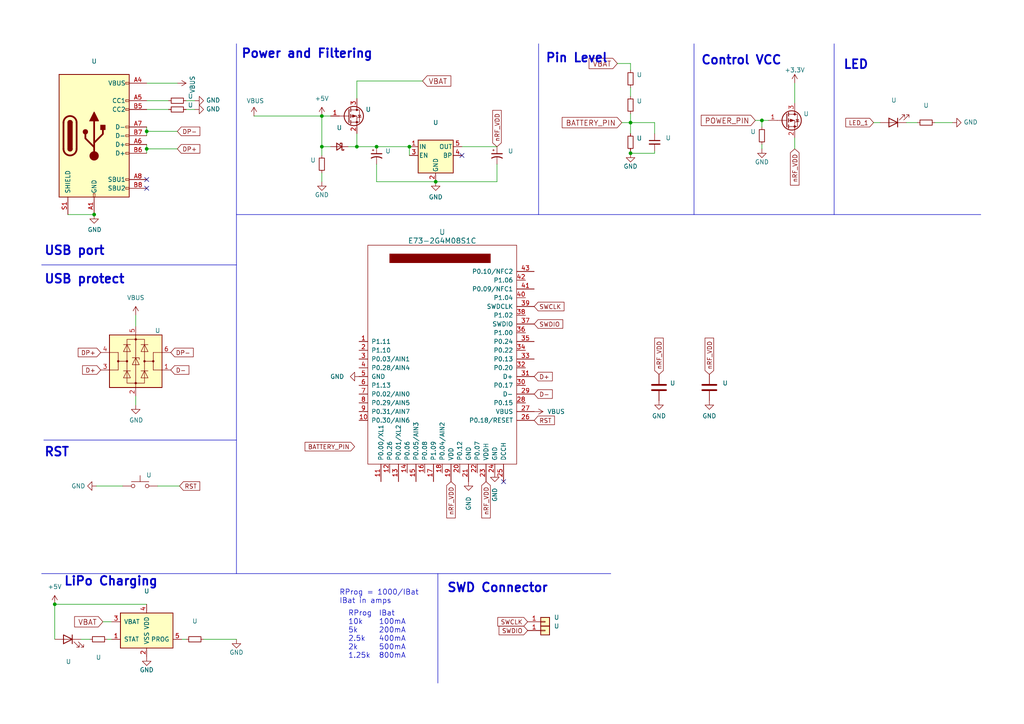
<source format=kicad_sch>
(kicad_sch (version 20220822) (generator eeschema)
  (paper "A4")
  (lib_symbols
    (symbol "Battery_Management:MCP73831-3-OT" (pin_names (offset 1.016))
      (property "Reference" "U" (at -7.62 6.35 0))
      (property "Value" "MCP73831-3-OT" (at 1.27 6.35 0))
      (symbol "MCP73831-3-OT_0_1"
        (rectangle (start -7.62 5.08) (end 7.62 -5.08) (stroke (width 0.254)) (fill (type background)))
      )
      (symbol "MCP73831-3-OT_1_1"
        (pin output line (at 10.16 -2.54 180) (length 2.54) (name "STAT") (number "1"))
        (pin power_in line (at 0 -7.62 90) (length 2.54) (name "VSS") (number "2"))
        (pin power_out line (at 10.16 2.54 180) (length 2.54) (name "VBAT") (number "3"))
        (pin power_in line (at 0 7.62 270) (length 2.54) (name "VDD") (number "4"))
        (pin input line (at -10.16 -2.54 0) (length 2.54) (name "PROG") (number "5"))
      )
    )
    (symbol "Connector:USB_C_Receptacle_USB2.0" (pin_names (offset 1.016))
      (property "Reference" "J" (at -10.16 19.05 0))
      (property "Value" "USB_C_Receptacle_USB2.0" (at 19.05 19.05 0))
      (symbol "USB_C_Receptacle_USB2.0_0_0"
        (rectangle (start -0.254 -17.78) (end 0.254 -16.764))
        (rectangle (start 10.16 -14.986) (end 9.144 -15.494))
        (rectangle (start 10.16 -12.446) (end 9.144 -12.954))
        (rectangle (start 10.16 -4.826) (end 9.144 -5.334))
        (rectangle (start 10.16 -2.286) (end 9.144 -2.794))
        (rectangle (start 10.16 0.254) (end 9.144 -0.254))
        (rectangle (start 10.16 2.794) (end 9.144 2.286))
        (rectangle (start 10.16 7.874) (end 9.144 7.366))
        (rectangle (start 10.16 10.414) (end 9.144 9.906))
        (rectangle (start 10.16 15.494) (end 9.144 14.986))
      )
      (symbol "USB_C_Receptacle_USB2.0_0_1"
        (rectangle (start -10.16 17.78) (end 10.16 -17.78) (stroke (width 0.254)) (fill (type background)))
        (arc (start -8.89 -3.81) (mid -6.985 -5.715) (end -5.08 -3.81) (stroke (width 0.508)))
        (arc (start -7.62 -3.81) (mid -6.985 -4.445) (end -6.35 -3.81) (stroke (width 0.254)))
        (arc (start -7.62 -3.81) (mid -6.985 -4.445) (end -6.35 -3.81) (stroke (width 0.254)) (fill (type outline)))
        (rectangle (start -7.62 -3.81) (end -6.35 3.81) (stroke (width 0.254)) (fill (type outline)))
        (arc (start -6.35 3.81) (mid -6.985 4.445) (end -7.62 3.81) (stroke (width 0.254)))
        (arc (start -6.35 3.81) (mid -6.985 4.445) (end -7.62 3.81) (stroke (width 0.254)) (fill (type outline)))
        (arc (start -5.08 3.81) (mid -6.985 5.715) (end -8.89 3.81) (stroke (width 0.508)))
        (circle (center -2.54 1.143) (radius 0.635) (stroke (width 0.254)) (fill (type outline)))
        (circle (center 0 -5.842) (radius 1.27) (fill (type outline)))
        (polyline (pts (xy -8.89 -3.81) (xy -8.89 3.81)) (stroke (width 0.508)))
        (polyline (pts (xy -5.08 3.81) (xy -5.08 -3.81)) (stroke (width 0.508)))
        (polyline (pts (xy 0 -5.842) (xy 0 4.318)) (stroke (width 0.508)))
        (polyline (pts (xy 0 -3.302) (xy -2.54 -0.762) (xy -2.54 0.508)) (stroke (width 0.508)))
        (polyline (pts (xy 0 -2.032) (xy 2.54 0.508) (xy 2.54 1.778)) (stroke (width 0.508)))
        (polyline (pts (xy -1.27 4.318) (xy 0 6.858) (xy 1.27 4.318) (xy -1.27 4.318)) (stroke (width 0.254)) (fill (type outline)))
        (rectangle (start 1.905 1.778) (end 3.175 3.048) (stroke (width 0.254)) (fill (type outline)))
      )
      (symbol "USB_C_Receptacle_USB2.0_1_1"
        (pin passive line (at 0 -22.86 90) (length 5.08) (name "GND") (number "A1"))
        (pin passive line (at 0 -22.86 90) (length 5.08) hide (name "GND") (number "A12"))
        (pin passive line (at 15.24 15.24 180) (length 5.08) (name "VBUS") (number "A4"))
        (pin bidirectional line (at 15.24 10.16 180) (length 5.08) (name "CC1") (number "A5"))
        (pin bidirectional line (at 15.24 -2.54 180) (length 5.08) (name "D+") (number "A6"))
        (pin bidirectional line (at 15.24 2.54 180) (length 5.08) (name "D-") (number "A7"))
        (pin bidirectional line (at 15.24 -12.7 180) (length 5.08) (name "SBU1") (number "A8"))
        (pin passive line (at 15.24 15.24 180) (length 5.08) hide (name "VBUS") (number "A9"))
        (pin passive line (at 0 -22.86 90) (length 5.08) hide (name "GND") (number "B1"))
        (pin passive line (at 0 -22.86 90) (length 5.08) hide (name "GND") (number "B12"))
        (pin passive line (at 15.24 15.24 180) (length 5.08) hide (name "VBUS") (number "B4"))
        (pin bidirectional line (at 15.24 7.62 180) (length 5.08) (name "CC2") (number "B5"))
        (pin bidirectional line (at 15.24 -5.08 180) (length 5.08) (name "D+") (number "B6"))
        (pin bidirectional line (at 15.24 0 180) (length 5.08) (name "D-") (number "B7"))
        (pin bidirectional line (at 15.24 -15.24 180) (length 5.08) (name "SBU2") (number "B8"))
        (pin passive line (at 15.24 15.24 180) (length 5.08) hide (name "VBUS") (number "B9"))
        (pin passive line (at -7.62 -22.86 90) (length 5.08) (name "SHIELD") (number "S1"))
      )
    )
    (symbol "Connector_Generic:Conn_01x01" (pin_names (offset 1.016) hide)
      (property "Reference" "J" (at 0 2.54 0))
      (property "Value" "Conn_01x01" (at 0 -2.54 0))
      (symbol "Conn_01x01_1_1"
        (rectangle (start -1.27 0.127) (end 0 -0.127) (stroke (width 0.1524)))
        (rectangle (start -1.27 1.27) (end 1.27 -1.27) (stroke (width 0.254)) (fill (type background)))
        (pin passive line (at -5.08 0 0) (length 3.81) (name "Pin_1") (number "1"))
      )
    )
    (symbol "Device:C" (pin_numbers hide) (pin_names (offset 0.254))
      (property "Reference" "C" (at 0.635 2.54 0))
      (property "Value" "C" (at 0.635 -2.54 0))
      (symbol "C_0_1"
        (polyline (pts (xy -2.032 -0.762) (xy 2.032 -0.762)) (stroke (width 0.508)))
        (polyline (pts (xy -2.032 0.762) (xy 2.032 0.762)) (stroke (width 0.508)))
      )
      (symbol "C_1_1"
        (pin passive line (at 0 3.81 270) (length 2.794) (name "~") (number "1"))
        (pin passive line (at 0 -3.81 90) (length 2.794) (name "~") (number "2"))
      )
    )
    (symbol "Device:C_Polarized_Small_US" (pin_numbers hide) (pin_names (offset 0.254) hide)
      (property "Reference" "C" (at 0.254 1.778 0))
      (property "Value" "C_Polarized_Small_US" (at 0.254 -2.032 0))
      (symbol "C_Polarized_Small_US_0_1"
        (polyline (pts (xy -1.524 0.508) (xy 1.524 0.508)) (stroke (width 0.3048)))
        (polyline (pts (xy -1.27 1.524) (xy -0.762 1.524)))
        (polyline (pts (xy -1.016 1.27) (xy -1.016 1.778)))
        (arc (start 1.524 -0.762) (mid 0 -0.3734) (end -1.524 -0.762) (stroke (width 0.3048)))
      )
      (symbol "C_Polarized_Small_US_1_1"
        (pin passive line (at 0 2.54 270) (length 2.032) (name "~") (number "1"))
        (pin passive line (at 0 -2.54 90) (length 2.032) (name "~") (number "2"))
      )
    )
    (symbol "Device:C_Small" (pin_numbers hide) (pin_names (offset 0.254) hide)
      (property "Reference" "C" (at 0.254 1.778 0))
      (property "Value" "C_Small" (at 0.254 -2.032 0))
      (symbol "C_Small_0_1"
        (polyline (pts (xy -1.524 -0.508) (xy 1.524 -0.508)) (stroke (width 0.3302)))
        (polyline (pts (xy -1.524 0.508) (xy 1.524 0.508)) (stroke (width 0.3048)))
      )
      (symbol "C_Small_1_1"
        (pin passive line (at 0 2.54 270) (length 2.032) (name "~") (number "1"))
        (pin passive line (at 0 -2.54 90) (length 2.032) (name "~") (number "2"))
      )
    )
    (symbol "Device:D_Schottky_Small" (pin_numbers hide) (pin_names (offset 0.254) hide)
      (property "Reference" "D" (at -1.27 2.032 0))
      (property "Value" "D_Schottky_Small" (at -7.112 -2.032 0))
      (symbol "D_Schottky_Small_0_1"
        (polyline (pts (xy -0.762 0) (xy 0.762 0)))
        (polyline (pts (xy 0.762 -1.016) (xy -0.762 0) (xy 0.762 1.016) (xy 0.762 -1.016)) (stroke (width 0.254)))
        (polyline (pts (xy -1.27 0.762) (xy -1.27 1.016) (xy -0.762 1.016) (xy -0.762 -1.016) (xy -0.254 -1.016) (xy -0.254 -0.762)) (stroke (width 0.254)))
      )
      (symbol "D_Schottky_Small_1_1"
        (pin passive line (at -2.54 0 0) (length 1.778) (name "K") (number "1"))
        (pin passive line (at 2.54 0 180) (length 1.778) (name "A") (number "2"))
      )
    )
    (symbol "Device:LED" (pin_numbers hide) (pin_names (offset 1.016) hide)
      (property "Reference" "D" (at 0 2.54 0))
      (property "Value" "LED" (at 0 -2.54 0))
      (symbol "LED_0_1"
        (polyline (pts (xy -1.27 -1.27) (xy -1.27 1.27)) (stroke (width 0.254)))
        (polyline (pts (xy -1.27 0) (xy 1.27 0)))
        (polyline (pts (xy 1.27 -1.27) (xy 1.27 1.27) (xy -1.27 0) (xy 1.27 -1.27)) (stroke (width 0.254)))
        (polyline (pts (xy -3.048 -0.762) (xy -4.572 -2.286) (xy -3.81 -2.286) (xy -4.572 -2.286) (xy -4.572 -1.524)))
        (polyline (pts (xy -1.778 -0.762) (xy -3.302 -2.286) (xy -2.54 -2.286) (xy -3.302 -2.286) (xy -3.302 -1.524)))
      )
      (symbol "LED_1_1"
        (pin passive line (at -3.81 0 0) (length 2.54) (name "K") (number "1"))
        (pin passive line (at 3.81 0 180) (length 2.54) (name "A") (number "2"))
      )
    )
    (symbol "Device:Q_PMOS_GSD" (pin_names (offset 0) hide)
      (property "Reference" "Q" (at 5.08 1.27 0))
      (property "Value" "Q_PMOS_GSD" (at 5.08 -1.27 0))
      (symbol "Q_PMOS_GSD_0_1"
        (polyline (pts (xy 0.254 0) (xy -2.54 0)))
        (polyline (pts (xy 0.254 1.905) (xy 0.254 -1.905)) (stroke (width 0.254)))
        (polyline (pts (xy 0.762 -1.27) (xy 0.762 -2.286)) (stroke (width 0.254)))
        (polyline (pts (xy 0.762 0.508) (xy 0.762 -0.508)) (stroke (width 0.254)))
        (polyline (pts (xy 0.762 2.286) (xy 0.762 1.27)) (stroke (width 0.254)))
        (polyline (pts (xy 2.54 2.54) (xy 2.54 1.778)))
        (polyline (pts (xy 2.54 -2.54) (xy 2.54 0) (xy 0.762 0)))
        (polyline (pts (xy 0.762 1.778) (xy 3.302 1.778) (xy 3.302 -1.778) (xy 0.762 -1.778)))
        (polyline (pts (xy 2.286 0) (xy 1.27 0.381) (xy 1.27 -0.381) (xy 2.286 0)) (fill (type outline)))
        (polyline (pts (xy 2.794 -0.508) (xy 2.921 -0.381) (xy 3.683 -0.381) (xy 3.81 -0.254)))
        (polyline (pts (xy 3.302 -0.381) (xy 2.921 0.254) (xy 3.683 0.254) (xy 3.302 -0.381)))
        (circle (center 1.651 0) (radius 2.794) (stroke (width 0.254)))
        (circle (center 2.54 -1.778) (radius 0.254) (fill (type outline)))
        (circle (center 2.54 1.778) (radius 0.254) (fill (type outline)))
      )
      (symbol "Q_PMOS_GSD_1_1"
        (pin input line (at -5.08 0 0) (length 2.54) (name "G") (number "1"))
        (pin passive line (at 2.54 -5.08 90) (length 2.54) (name "S") (number "2"))
        (pin passive line (at 2.54 5.08 270) (length 2.54) (name "D") (number "3"))
      )
    )
    (symbol "Device:R_Small" (pin_numbers hide) (pin_names (offset 0.254) hide)
      (property "Reference" "R" (at 0.762 0.508 0))
      (property "Value" "R_Small" (at 0.762 -1.016 0))
      (symbol "R_Small_0_1"
        (rectangle (start -0.762 1.778) (end 0.762 -1.778) (stroke (width 0.2032)))
      )
      (symbol "R_Small_1_1"
        (pin passive line (at 0 2.54 270) (length 0.762) (name "~") (number "1"))
        (pin passive line (at 0 -2.54 90) (length 0.762) (name "~") (number "2"))
      )
    )
    (symbol "Power_Protection:USBLC6-2SC6" (pin_names hide)
      (property "Reference" "U" (at 2.54 8.89 0))
      (property "Value" "USBLC6-2SC6" (at 2.54 -8.89 0))
      (symbol "USBLC6-2SC6_0_1"
        (rectangle (start -7.62 -7.62) (end 7.62 7.62) (stroke (width 0.254)) (fill (type background)))
        (circle (center -5.08 0) (radius 0.254) (fill (type outline)))
        (circle (center -2.54 0) (radius 0.254) (fill (type outline)))
        (rectangle (start -2.54 6.35) (end 2.54 -6.35))
        (circle (center 0 -6.35) (radius 0.254) (fill (type outline)))
        (polyline (pts (xy -5.08 -2.54) (xy -7.62 -2.54)))
        (polyline (pts (xy -5.08 0) (xy -5.08 -2.54)))
        (polyline (pts (xy -5.08 2.54) (xy -7.62 2.54)))
        (polyline (pts (xy -1.524 -2.794) (xy -3.556 -2.794)))
        (polyline (pts (xy -1.524 4.826) (xy -3.556 4.826)))
        (polyline (pts (xy 0 -7.62) (xy 0 -6.35)))
        (polyline (pts (xy 0 -6.35) (xy 0 1.27)))
        (polyline (pts (xy 0 1.27) (xy 0 6.35)))
        (polyline (pts (xy 0 6.35) (xy 0 7.62)))
        (polyline (pts (xy 1.524 -2.794) (xy 3.556 -2.794)))
        (polyline (pts (xy 1.524 4.826) (xy 3.556 4.826)))
        (polyline (pts (xy 5.08 -2.54) (xy 7.62 -2.54)))
        (polyline (pts (xy 5.08 0) (xy 5.08 -2.54)))
        (polyline (pts (xy 5.08 2.54) (xy 7.62 2.54)))
        (polyline (pts (xy -2.54 0) (xy -5.08 0) (xy -5.08 2.54)))
        (polyline (pts (xy 2.54 0) (xy 5.08 0) (xy 5.08 2.54)))
        (polyline (pts (xy -3.556 -4.826) (xy -1.524 -4.826) (xy -2.54 -2.794) (xy -3.556 -4.826)))
        (polyline (pts (xy -3.556 2.794) (xy -1.524 2.794) (xy -2.54 4.826) (xy -3.556 2.794)))
        (polyline (pts (xy -1.016 -1.016) (xy 1.016 -1.016) (xy 0 1.016) (xy -1.016 -1.016)))
        (polyline (pts (xy 1.016 1.016) (xy 0.762 1.016) (xy -1.016 1.016) (xy -1.016 0.508)))
        (polyline (pts (xy 3.556 -4.826) (xy 1.524 -4.826) (xy 2.54 -2.794) (xy 3.556 -4.826)))
        (polyline (pts (xy 3.556 2.794) (xy 1.524 2.794) (xy 2.54 4.826) (xy 3.556 2.794)))
        (circle (center 0 6.35) (radius 0.254) (fill (type outline)))
        (circle (center 2.54 0) (radius 0.254) (fill (type outline)))
        (circle (center 5.08 0) (radius 0.254) (fill (type outline)))
      )
      (symbol "USBLC6-2SC6_1_1"
        (pin passive line (at -10.16 -2.54 0) (length 2.54) (name "I/O1") (number "1"))
        (pin passive line (at 0 -10.16 90) (length 2.54) (name "GND") (number "2"))
        (pin passive line (at 10.16 -2.54 180) (length 2.54) (name "I/O2") (number "3"))
        (pin passive line (at 10.16 2.54 180) (length 2.54) (name "I/O2") (number "4"))
        (pin passive line (at 0 10.16 270) (length 2.54) (name "VBUS") (number "5"))
        (pin passive line (at -10.16 2.54 0) (length 2.54) (name "I/O1") (number "6"))
      )
    )
    (symbol "Regulator_Linear:MIC5219-3.3YM5" (pin_names (offset 0.254))
      (property "Reference" "U" (at -3.81 5.715 0))
      (property "Value" "MIC5219-3.3YM5" (at 0 5.715 0))
      (symbol "MIC5219-3.3YM5_0_1"
        (rectangle (start -5.08 4.445) (end 5.08 -5.08) (stroke (width 0.254)) (fill (type background)))
      )
      (symbol "MIC5219-3.3YM5_1_1"
        (pin power_in line (at -7.62 2.54 0) (length 2.54) (name "IN") (number "1"))
        (pin power_in line (at 0 -7.62 90) (length 2.54) (name "GND") (number "2"))
        (pin input line (at -7.62 0 0) (length 2.54) (name "EN") (number "3"))
        (pin input line (at 7.62 0 180) (length 2.54) (name "BP") (number "4"))
        (pin power_out line (at 7.62 2.54 180) (length 2.54) (name "OUT") (number "5"))
      )
    )
    (symbol "Switch:SW_Push" (pin_numbers hide) (pin_names (offset 1.016) hide)
      (property "Reference" "SW" (at 1.27 2.54 0))
      (property "Value" "SW_Push" (at 0 -1.524 0))
      (symbol "SW_Push_0_1"
        (circle (center -2.032 0) (radius 0.508))
        (polyline (pts (xy 0 1.27) (xy 0 3.048)))
        (polyline (pts (xy 2.54 1.27) (xy -2.54 1.27)))
        (circle (center 2.032 0) (radius 0.508))
        (pin passive line (at -5.08 0 0) (length 2.54) (name "1") (number "1"))
        (pin passive line (at 5.08 0 180) (length 2.54) (name "2") (number "2"))
      )
    )
    (symbol "keeb_parts:R_Small" (pin_numbers hide) (pin_names (offset 0.254) hide)
      (property "Reference" "R" (at 0.762 0.508 0))
      (property "Value" "keeb_parts_R_Small" (at 0.762 -1.016 0))
      (symbol "R_Small_0_1"
        (rectangle (start -0.762 1.778) (end 0.762 -1.778) (stroke (width 0.2032)))
      )
      (symbol "R_Small_1_1"
        (pin passive line (at 0 2.54 270) (length 0.762) (name "~") (number "1"))
        (pin passive line (at 0 -2.54 90) (length 0.762) (name "~") (number "2"))
      )
    )
    (symbol "keeb_power:GND" (power) (pin_names (offset 0))
      (property "Value" "keeb_power_GND" (at 0 -3.81 0))
      (symbol "GND_0_1"
        (polyline (pts (xy 0 0) (xy 0 -1.27) (xy 1.27 -1.27) (xy 0 -2.54) (xy -1.27 -1.27) (xy 0 -1.27)))
      )
      (symbol "GND_1_1"
        (pin power_in line (at 0 0 270) (length 0) hide (name "GND") (number "1"))
      )
    )
    (symbol "keeb_power:VBUS" (power) (pin_names (offset 0))
      (property "Value" "keeb_power_VBUS" (at 0 3.81 0))
      (symbol "VBUS_0_1"
        (polyline (pts (xy -0.762 1.27) (xy 0 2.54)))
        (polyline (pts (xy 0 0) (xy 0 2.54)))
        (polyline (pts (xy 0 2.54) (xy 0.762 1.27)))
      )
      (symbol "VBUS_1_1"
        (pin power_in line (at 0 0 90) (length 0) hide (name "VBUS") (number "1"))
      )
    )
    (symbol "kien242:E73-2G4M08S1C" (pin_names (offset 1.016))
      (property "Reference" "U" (at 0 15.24 0))
      (property "Value" "E73-2G4M08S1C" (at -1.27 17.78 0))
      (symbol "E73-2G4M08S1C_0_1"
        (rectangle (start -15.24 30.48) (end 13.97 27.94) (fill (type outline)))
        (rectangle (start 21.59 -30.48) (end -21.59 33.02))
      )
      (symbol "E73-2G4M08S1C_1_1"
        (pin input line (at -24.13 5.08 0) (length 2.54) (name "P1.11") (number "1"))
        (pin input line (at -24.13 -17.78 0) (length 2.54) (name "P0.30/AIN6") (number "10"))
        (pin input line (at -17.78 -35.56 90) (length 5.08) (name "P0.00/XL1") (number "11"))
        (pin input line (at -15.24 -33.02 90) (length 2.54) (name "P0.26") (number "12"))
        (pin input line (at -12.7 -35.56 90) (length 5.08) (name "P0.01/XL2") (number "13"))
        (pin input line (at -10.16 -33.02 90) (length 2.54) (name "P0.06") (number "14"))
        (pin input line (at -7.62 -35.56 90) (length 5.08) (name "P0.05/AIN3") (number "15"))
        (pin input line (at -5.08 -33.02 90) (length 2.54) (name "P0.08") (number "16"))
        (pin input line (at -2.54 -35.56 90) (length 5.08) (name "P1.09") (number "17"))
        (pin input line (at 0 -33.02 90) (length 2.54) (name "P0.04/AIN2") (number "18"))
        (pin input line (at 2.54 -35.56 90) (length 5.08) (name "VDD") (number "19"))
        (pin input line (at -24.13 2.54 0) (length 2.54) (name "P1.10") (number "2"))
        (pin input line (at 5.08 -33.02 90) (length 2.54) (name "P0.12") (number "20"))
        (pin input line (at 7.62 -35.56 90) (length 5.08) (name "GND") (number "21"))
        (pin input line (at 10.16 -33.02 90) (length 2.54) (name "P0.07") (number "22"))
        (pin input line (at 12.7 -35.56 90) (length 5.08) (name "VDDH") (number "23"))
        (pin input line (at 15.24 -33.02 90) (length 2.54) (name "GND") (number "24"))
        (pin input line (at 17.78 -35.56 90) (length 5.08) (name "DCCH") (number "25"))
        (pin input line (at 26.67 -17.78 180) (length 5.08) (name "P0.18/RESET") (number "26"))
        (pin input line (at 26.67 -15.24 180) (length 5.08) (name "VBUS") (number "27"))
        (pin input line (at 24.13 -12.7 180) (length 2.54) (name "P0.15") (number "28"))
        (pin input line (at 26.67 -10.16 180) (length 5.08) (name "D-") (number "29"))
        (pin input line (at -24.13 0 0) (length 2.54) (name "P0.03/AIN1") (number "3"))
        (pin input line (at 24.13 -7.62 180) (length 2.54) (name "P0.17") (number "30"))
        (pin input line (at 26.67 -5.08 180) (length 5.08) (name "D+") (number "31"))
        (pin input line (at 24.13 -2.54 180) (length 2.54) (name "P0.20") (number "32"))
        (pin input line (at 26.67 0 180) (length 5.08) (name "P0.13") (number "33"))
        (pin input line (at 24.13 2.54 180) (length 2.54) (name "P0.22") (number "34"))
        (pin input line (at 26.67 5.08 180) (length 5.08) (name "P0.24") (number "35"))
        (pin input line (at 24.13 7.62 180) (length 2.54) (name "P1.00") (number "36"))
        (pin input line (at 26.67 10.16 180) (length 5.08) (name "SWDIO") (number "37"))
        (pin input line (at 24.13 12.7 180) (length 2.54) (name "P1.02") (number "38"))
        (pin input line (at 26.67 15.24 180) (length 5.08) (name "SWDCLK") (number "39"))
        (pin input line (at -24.13 -2.54 0) (length 2.54) (name "P0.28/AIN4") (number "4"))
        (pin input line (at 24.13 17.78 180) (length 2.54) (name "P1.04") (number "40"))
        (pin input line (at 26.67 20.32 180) (length 5.08) (name "P0.09/NFC1") (number "41"))
        (pin input line (at 24.13 22.86 180) (length 2.54) (name "P1.06") (number "42"))
        (pin input line (at 26.67 25.4 180) (length 5.08) (name "P0.10/NFC2") (number "43"))
        (pin input line (at -24.13 -5.08 0) (length 2.54) (name "GND") (number "5"))
        (pin input line (at -24.13 -7.62 0) (length 2.54) (name "P1.13") (number "6"))
        (pin input line (at -24.13 -10.16 0) (length 2.54) (name "P0.02/AIN0") (number "7"))
        (pin input line (at -24.13 -12.7 0) (length 2.54) (name "P0.29/AIN5") (number "8"))
        (pin input line (at -24.13 -15.24 0) (length 2.54) (name "P0.31/AIN7") (number "9"))
      )
    )
    (symbol "power:+3.3V" (power) (pin_names (offset 0))
      (property "Value" "+3.3V" (at 0 3.556 0))
      (symbol "+3.3V_0_1"
        (polyline (pts (xy -0.762 1.27) (xy 0 2.54)))
        (polyline (pts (xy 0 0) (xy 0 2.54)))
        (polyline (pts (xy 0 2.54) (xy 0.762 1.27)))
      )
      (symbol "+3.3V_1_1"
        (pin power_in line (at 0 0 90) (length 0) hide (name "+3.3V") (number "1"))
      )
    )
    (symbol "power:+5V" (power) (pin_names (offset 0))
      (property "Value" "+5V" (at 0 3.556 0))
      (symbol "+5V_0_1"
        (polyline (pts (xy -0.762 1.27) (xy 0 2.54)))
        (polyline (pts (xy 0 0) (xy 0 2.54)))
        (polyline (pts (xy 0 2.54) (xy 0.762 1.27)))
      )
      (symbol "+5V_1_1"
        (pin power_in line (at 0 0 90) (length 0) hide (name "+5V") (number "1"))
      )
    )
    (symbol "power:GND" (power) (pin_names (offset 0))
      (property "Value" "GND" (at 0 -3.81 0))
      (symbol "GND_0_1"
        (polyline (pts (xy 0 0) (xy 0 -1.27) (xy 1.27 -1.27) (xy 0 -2.54) (xy -1.27 -1.27) (xy 0 -1.27)))
      )
      (symbol "GND_1_1"
        (pin power_in line (at 0 0 270) (length 0) hide (name "GND") (number "1"))
      )
    )
    (symbol "power:VBUS" (power) (pin_names (offset 0))
      (property "Value" "VBUS" (at 0 3.81 0))
      (symbol "VBUS_0_1"
        (polyline (pts (xy -0.762 1.27) (xy 0 2.54)))
        (polyline (pts (xy 0 0) (xy 0 2.54)))
        (polyline (pts (xy 0 2.54) (xy 0.762 1.27)))
      )
      (symbol "VBUS_1_1"
        (pin power_in line (at 0 0 90) (length 0) hide (name "VBUS") (number "1"))
      )
    )
  )
  (junction (at 118.745 42.545))
  (junction (at 126.365 52.705))
  (junction (at 42.545 38.1))
  (junction (at 93.345 33.655) (diameter 0.9144))
  (junction (at 93.345 42.545) (diameter 0.9144))
  (junction (at 109.22 42.545))
  (junction (at 182.88 44.45))
  (junction (at 103.505 42.545) (diameter 0.9144))
  (junction (at 27.305 62.23))
  (junction (at 220.98 34.925) (diameter 0.9144))
  (junction (at 15.875 175.26) (diameter 0.9144))
  (junction (at 42.545 43.18))
  (junction (at 182.88 35.56) (diameter 0.9144))
  (no_connect (at 146.05 139.7))
  (no_connect (at 42.545 54.61))
  (no_connect (at 133.985 45.085))
  (no_connect (at 42.545 52.07))
  (wire (pts (xy 27.94 140.97) (xy 35.56 140.97)))
  (wire (pts (xy 180.34 35.56) (xy 182.88 35.56)))
  (wire (pts (xy 189.865 35.56) (xy 189.865 38.735)))
  (wire (pts (xy 103.505 23.495) (xy 122.555 23.495)))
  (wire (pts (xy 118.745 42.545) (xy 118.745 45.085)))
  (wire (pts (xy 220.98 34.925) (xy 222.885 34.925)))
  (wire (pts (xy 39.37 91.44) (xy 39.37 94.615)))
  (wire (pts (xy 93.345 42.545) (xy 93.345 33.655)))
  (wire (pts (xy 53.975 29.21) (xy 56.515 29.21)))
  (wire (pts (xy 29.845 180.34) (xy 32.385 180.34)))
  (wire (pts (xy 51.435 24.13) (xy 42.545 24.13)))
  (wire (pts (xy 182.88 33.02) (xy 182.88 35.56)))
  (wire (pts (xy 42.545 31.75) (xy 48.895 31.75)))
  (wire (pts (xy 15.875 175.26) (xy 15.875 185.42)))
  (polyline (pts (xy 12.7 127.635) (xy 68.58 127.635)))
  (wire (pts (xy 133.985 42.545) (xy 144.145 42.545)))
  (wire (pts (xy 42.545 36.83) (xy 42.545 38.1)))
  (polyline (pts (xy 12.065 166.37) (xy 177.165 166.37)))
  (wire (pts (xy 144.145 47.625) (xy 144.145 52.705)))
  (wire (pts (xy 182.88 44.45) (xy 189.865 44.45)))
  (wire (pts (xy 42.545 29.21) (xy 48.895 29.21)))
  (wire (pts (xy 52.705 185.42) (xy 53.975 185.42)))
  (polyline (pts (xy 201.295 12.7) (xy 201.295 62.23)))
  (wire (pts (xy 100.965 42.545) (xy 103.505 42.545)))
  (wire (pts (xy 189.865 44.45) (xy 189.865 43.815)))
  (wire (pts (xy 73.66 33.655) (xy 93.345 33.655)))
  (wire (pts (xy 103.505 38.735) (xy 103.505 42.545)))
  (wire (pts (xy 253.365 35.56) (xy 255.27 35.56)))
  (wire (pts (xy 109.22 42.545) (xy 118.745 42.545)))
  (wire (pts (xy 23.495 185.42) (xy 26.035 185.42)))
  (wire (pts (xy 39.37 117.475) (xy 39.37 114.935)))
  (wire (pts (xy 182.88 35.56) (xy 189.865 35.56)))
  (wire (pts (xy 42.545 43.18) (xy 42.545 44.45)))
  (polyline (pts (xy 12.065 76.835) (xy 68.58 76.835)))
  (wire (pts (xy 59.055 185.42) (xy 68.58 185.42)))
  (wire (pts (xy 220.98 36.83) (xy 220.98 34.925)))
  (wire (pts (xy 230.505 24.13) (xy 230.505 29.845)))
  (wire (pts (xy 262.89 35.56) (xy 266.065 35.56)))
  (wire (pts (xy 93.345 42.545) (xy 95.885 42.545)))
  (wire (pts (xy 42.545 38.1) (xy 42.545 39.37)))
  (wire (pts (xy 220.98 43.18) (xy 220.98 41.91)))
  (wire (pts (xy 230.505 43.18) (xy 230.505 40.005)))
  (polyline (pts (xy 156.21 12.7) (xy 156.21 62.23)))
  (polyline (pts (xy 241.935 12.7) (xy 241.935 62.23)))
  (wire (pts (xy 56.515 31.75) (xy 53.975 31.75)))
  (wire (pts (xy 93.345 33.655) (xy 95.885 33.655)))
  (wire (pts (xy 182.88 25.4) (xy 182.88 27.94)))
  (wire (pts (xy 271.145 35.56) (xy 276.225 35.56)))
  (wire (pts (xy 182.88 18.415) (xy 182.88 20.32)))
  (polyline (pts (xy 68.58 62.23) (xy 284.48 62.23)))
  (wire (pts (xy 31.115 185.42) (xy 32.385 185.42)))
  (wire (pts (xy 179.07 18.415) (xy 182.88 18.415)))
  (wire (pts (xy 42.545 41.91) (xy 42.545 43.18)))
  (polyline (pts (xy 127 166.37) (xy 127 198.12)))
  (wire (pts (xy 109.22 47.625) (xy 109.22 52.705)))
  (wire (pts (xy 93.345 52.705) (xy 93.345 50.165)))
  (wire (pts (xy 42.545 43.18) (xy 51.435 43.18)))
  (wire (pts (xy 52.07 140.97) (xy 45.72 140.97)))
  (wire (pts (xy 51.435 38.1) (xy 42.545 38.1)))
  (wire (pts (xy 182.88 35.56) (xy 182.88 38.735)))
  (wire (pts (xy 103.505 42.545) (xy 109.22 42.545)))
  (wire (pts (xy 144.145 52.705) (xy 126.365 52.705)))
  (wire (pts (xy 182.88 44.45) (xy 182.88 43.815)))
  (wire (pts (xy 109.22 52.705) (xy 126.365 52.705)))
  (polyline (pts (xy 68.58 12.7) (xy 68.58 166.37)))
  (wire (pts (xy 103.505 23.495) (xy 103.505 28.575)))
  (wire (pts (xy 219.075 34.925) (xy 220.98 34.925)))
  (wire (pts (xy 15.875 175.26) (xy 42.545 175.26)))
  (wire (pts (xy 93.345 45.085) (xy 93.345 42.545)))
  (wire (pts (xy 19.685 62.23) (xy 27.305 62.23)))
  (text "RProg = 1000/IBat\nIBat in amps" (at 98.425 175.26 0) (effects (font (size 1.524 1.524)) (justify left bottom)))
  (text "Control VCC\n" (at 203.2 19.05 0) (effects (font (size 2.54 2.54) (thickness 0.508) bold) (justify left bottom)))
  (text "IBat\n100mA\n200mA\n400mA\n500mA\n800mA" (at 109.855 191.135 0) (effects (font (size 1.524 1.524)) (justify left bottom)))
  (text "SWD Connector" (at 129.54 172.085 0) (effects (font (size 2.54 2.54) (thickness 0.508) bold) (justify left bottom)))
  (text "RProg\n10k\n5k\n2.5k\n2k\n1.25k" (at 100.965 191.135 0) (effects (font (size 1.524 1.524)) (justify left bottom)))
  (text "USB protect\n" (at 12.7 82.55 0) (effects (font (size 2.54 2.54) (thickness 0.508) bold) (justify left bottom)))
  (text "LED \n" (at 244.475 20.32 0) (effects (font (size 2.54 2.54) (thickness 0.508) bold) (justify left bottom)))
  (text "Power and Filtering" (at 69.85 17.145 0) (effects (font (size 2.54 2.54) (thickness 0.508) bold) (justify left bottom)))
  (text "LiPo Charging\n" (at 18.415 170.18 0) (effects (font (size 2.54 2.54) (thickness 0.508) bold) (justify left bottom)))
  (text "RST" (at 12.7 132.715 0) (effects (font (size 2.54 2.54) (thickness 0.508) bold) (justify left bottom)))
  (text "USB port\n" (at 12.7 74.295 0) (effects (font (size 2.54 2.54) (thickness 0.508) bold) (justify left bottom)))
  (text "Pin Level" (at 158.115 18.415 0) (effects (font (size 2.54 2.54) (thickness 0.508) bold) (justify left bottom)))
  (global_label "DP-" (shape input) (at 49.53 102.235 0) (property "Intersheet References" "${INTERSHEET_REFS}" (effects hide)))
  (global_label "SWCLK" (shape input) (at 153.035 180.34 180) (property "Intersheet References" "${INTERSHEET_REFS}" (effects hide)))
  (global_label "nRF_VDD" (shape input) (at 191.135 108.585 90) (property "Intersheet References" "${INTERSHEET_REFS}" (effects hide)))
  (global_label "D-" (shape input) (at 49.53 107.315 0) (property "Intersheet References" "${INTERSHEET_REFS}" (effects hide)))
  (global_label "SWDIO" (shape input) (at 153.035 182.88 180) (property "Intersheet References" "${INTERSHEET_REFS}" (effects hide)))
  (global_label "D-" (shape input) (at 154.94 114.3 0) (property "Intersheet References" "${INTERSHEET_REFS}" (effects hide)))
  (global_label "VBAT" (shape input) (at 122.555 23.495 0) (effects (font (size 1.524 1.524))) (property "Intersheet References" "${INTERSHEET_REFS}" (effects hide)))
  (global_label "nRF_VDD" (shape input) (at 140.97 139.7 270) (property "Intersheet References" "${INTERSHEET_REFS}" (effects hide)))
  (global_label "nRF_VDD" (shape input) (at 144.145 42.545 90) (property "Intersheet References" "${INTERSHEET_REFS}" (effects hide)))
  (global_label "BATTERY_PIN" (shape input) (at 180.34 35.56 180) (effects (font (size 1.524 1.524))) (property "Intersheet References" "${INTERSHEET_REFS}" (effects hide)))
  (global_label "BATTERY_PIN" (shape input) (at 102.87 129.54 180) (property "Intersheet References" "${INTERSHEET_REFS}" (effects hide)))
  (global_label "VBAT" (shape input) (at 29.845 180.34 180) (effects (font (size 1.524 1.524))) (property "Intersheet References" "${INTERSHEET_REFS}" (effects hide)))
  (global_label "LED_1" (shape input) (at 253.365 35.56 180) (property "Intersheet References" "${INTERSHEET_REFS}" (effects hide)))
  (global_label "RST" (shape input) (at 52.07 140.97 0) (property "Intersheet References" "${INTERSHEET_REFS}" (effects hide)))
  (global_label "D+" (shape input) (at 29.21 107.315 180) (property "Intersheet References" "${INTERSHEET_REFS}" (effects hide)))
  (global_label "D+" (shape input) (at 154.94 109.22 0) (property "Intersheet References" "${INTERSHEET_REFS}" (effects hide)))
  (global_label "SWDIO" (shape input) (at 154.94 93.98 0) (property "Intersheet References" "${INTERSHEET_REFS}" (effects hide)))
  (global_label "nRF_VDD" (shape input) (at 205.74 108.585 90) (property "Intersheet References" "${INTERSHEET_REFS}" (effects hide)))
  (global_label "DP+" (shape input) (at 29.21 102.235 180) (property "Intersheet References" "${INTERSHEET_REFS}" (effects hide)))
  (global_label "RST" (shape input) (at 154.94 121.92 0) (property "Intersheet References" "${INTERSHEET_REFS}" (effects hide)))
  (global_label "DP+" (shape input) (at 51.435 43.18 0) (property "Intersheet References" "${INTERSHEET_REFS}" (effects hide)))
  (global_label "nRF_VDD" (shape input) (at 230.505 43.18 270) (property "Intersheet References" "${INTERSHEET_REFS}" (effects hide)))
  (global_label "DP-" (shape input) (at 51.435 38.1 0) (property "Intersheet References" "${INTERSHEET_REFS}" (effects hide)))
  (global_label "SWCLK" (shape input) (at 154.94 88.9 0) (property "Intersheet References" "${INTERSHEET_REFS}" (effects hide)))
  (global_label "nRF_VDD" (shape input) (at 130.81 139.7 270) (property "Intersheet References" "${INTERSHEET_REFS}" (effects hide)))
  (global_label "VBAT" (shape input) (at 179.07 18.415 180) (effects (font (size 1.524 1.524))) (property "Intersheet References" "${INTERSHEET_REFS}" (effects hide)))
  (global_label "POWER_PIN" (shape input) (at 219.075 34.925 180) (effects (font (size 1.524 1.524))) (property "Intersheet References" "${INTERSHEET_REFS}" (effects hide)))
  (symbol (lib_id "power:GND") (at 126.365 52.705 0) (unit 1)
    (default_instance (reference "U") (unit 1) (value "") (footprint ""))
    (property "Reference" "U" (effects hide))
  )
  (symbol (lib_id "power:+3.3V") (at 230.505 24.13 0) (unit 1)
    (default_instance (reference "#PWR?") (unit 1) (value "+3.3V") (footprint ""))
    (property "Reference" "#PWR?" (effects hide))
    (property "Value" "+3.3V" (at 230.505 20.32 0))
  )
  (symbol (lib_id "Connector:USB_C_Receptacle_USB2.0") (at 27.305 39.37 0) (unit 1)
    (default_instance (reference "U") (unit 1) (value "") (footprint ""))
    (property "Reference" "U" (at 27.305 17.78 0))
    (property "Datasheet" "https://www.usb.org/sites/default/files/documents/usb_type-c.zip" (effects hide))
  )
  (symbol (lib_id "Device:R_Small") (at 268.605 35.56 270) (unit 1)
    (default_instance (reference "U") (unit 1) (value "") (footprint ""))
    (property "Reference" "U" (at 268.605 30.5816 90))
    (property "LCSC Part Number" "C21190" (effects hide))
    (property "LCSC" "C21190" (effects hide))
  )
  (symbol (lib_id "keeb_power:GND") (at 27.305 62.23 0) (unit 1)
    (default_instance (reference "U") (unit 1) (value "") (footprint ""))
    (property "Reference" "U" (effects hide))
  )
  (symbol (lib_id "power:GND") (at 135.89 139.7 0) (unit 1)
    (default_instance (reference "#PWR?") (unit 1) (value "GND") (footprint ""))
    (property "Reference" "#PWR?" (effects hide))
    (property "Value" "GND" (at 135.89 146.05 90))
  )
  (symbol (lib_id "keeb_power:GND") (at 39.37 117.475 0) (unit 1)
    (default_instance (reference "U") (unit 1) (value "") (footprint ""))
    (property "Reference" "U" (effects hide))
  )
  (symbol (lib_id "keeb_power:GND") (at 56.515 29.21 90) (unit 1)
    (default_instance (reference "U") (unit 1) (value "") (footprint ""))
    (property "Reference" "U" (effects hide))
  )
  (symbol (lib_id "keeb_power:GND") (at 56.515 31.75 90) (unit 1)
    (default_instance (reference "U") (unit 1) (value "") (footprint ""))
    (property "Reference" "U" (effects hide))
  )
  (symbol (lib_id "power:VBUS") (at 39.37 91.44 0) (unit 1)
    (default_instance (reference "U") (unit 1) (value "") (footprint ""))
    (property "Reference" "U" (effects hide))
  )
  (symbol (lib_id "power:GND") (at 205.74 116.205 0) (unit 1)
    (default_instance (reference "U") (unit 1) (value "") (footprint ""))
    (property "Reference" "U" (effects hide))
  )
  (symbol (lib_id "power:GND") (at 93.345 52.705 0) (unit 1)
    (default_instance (reference "U") (unit 1) (value "") (footprint ""))
    (property "Reference" "U" (effects hide))
  )
  (symbol (lib_id "Connector_Generic:Conn_01x01") (at 158.115 182.88 0) (unit 1)
    (default_instance (reference "U") (unit 1) (value "") (footprint ""))
    (property "Reference" "U" (at 160.655 181.6099 0) (effects (justify left)))
  )
  (symbol (lib_id "power:GND") (at 68.58 185.42 0) (unit 1)
    (default_instance (reference "U") (unit 1) (value "") (footprint ""))
    (property "Reference" "U" (effects hide))
  )
  (symbol (lib_id "keeb_parts:R_Small") (at 51.435 31.75 270) (unit 1)
    (default_instance (reference "U") (unit 1) (value "") (footprint ""))
    (property "Reference" "U" (at 55.245 30.48 90))
  )
  (symbol (lib_id "Device:C_Polarized_Small_US") (at 144.145 45.085 0) (unit 1)
    (default_instance (reference "U") (unit 1) (value "") (footprint ""))
    (property "Reference" "U" (at 147.32 43.8149 0) (effects (justify left)))
  )
  (symbol (lib_id "Device:R_Small") (at 220.98 39.37 0) (mirror y) (unit 1)
    (default_instance (reference "U") (unit 1) (value "") (footprint ""))
    (property "Reference" "U" (at 219.202 38.2016 0) (effects (justify left)))
  )
  (symbol (lib_id "keeb_parts:R_Small") (at 51.435 29.21 90) (mirror x) (unit 1)
    (default_instance (reference "U") (unit 1) (value "") (footprint ""))
    (property "Reference" "U" (at 55.245 27.94 90))
  )
  (symbol (lib_id "power:GND") (at 191.135 116.205 0) (unit 1)
    (default_instance (reference "U") (unit 1) (value "") (footprint ""))
    (property "Reference" "U" (effects hide))
  )
  (symbol (lib_id "Device:Q_PMOS_GSD") (at 227.965 34.925 0) (unit 1)
    (default_instance (reference "U") (unit 1) (value "") (footprint ""))
    (property "Reference" "U" (at 233.045 33.02 0) (effects (justify left)))
  )
  (symbol (lib_id "Device:R_Small") (at 182.88 22.86 0) (unit 1)
    (default_instance (reference "U") (unit 1) (value "") (footprint ""))
    (property "Reference" "U" (at 184.658 21.6916 0) (effects (justify left)))
  )
  (symbol (lib_id "power:GND") (at 276.225 35.56 90) (unit 1)
    (default_instance (reference "U") (unit 1) (value "") (footprint ""))
    (property "Reference" "U" (effects hide))
  )
  (symbol (lib_id "Regulator_Linear:MIC5219-3.3YM5") (at 126.365 45.085 0) (unit 1)
    (default_instance (reference "U") (unit 1) (value "") (footprint ""))
    (property "Reference" "U" (at 126.365 35.56 0))
    (property "Datasheet" "http://ww1.microchip.com/downloads/en/DeviceDoc/MIC5219-500mA-Peak-Output-LDO-Regulator-DS20006021A.pdf" (effects hide))
  )
  (symbol (lib_id "Device:Q_PMOS_GSD") (at 100.965 33.655 0) (unit 1)
    (default_instance (reference "U") (unit 1) (value "") (footprint ""))
    (property "Reference" "U" (at 106.045 31.75 0) (effects (justify left)))
  )
  (symbol (lib_id "Device:R_Small") (at 56.515 185.42 90) (mirror x) (unit 1)
    (default_instance (reference "U") (unit 1) (value "") (footprint ""))
    (property "Reference" "U" (at 56.515 180.1622 90))
  )
  (symbol (lib_id "Device:C") (at 205.74 112.395 0) (unit 1)
    (default_instance (reference "U") (unit 1) (value "") (footprint ""))
    (property "Reference" "U" (at 209.55 111.1249 0) (effects (justify left)))
  )
  (symbol (lib_id "kien242:E73-2G4M08S1C") (at 128.27 104.14 0) (unit 1)
    (default_instance (reference "U") (unit 1) (value "E73-2G4M08S1C") (footprint ""))
    (property "Reference" "U" (at 128.27 67.31 0) (effects (font (size 1.524 1.524))))
    (property "Value" "E73-2G4M08S1C" (at 128.27 69.85 0) (effects (font (size 1.524 1.524))))
  )
  (symbol (lib_id "Device:LED") (at 19.685 185.42 0) (mirror y) (unit 1)
    (default_instance (reference "U") (unit 1) (value "") (footprint ""))
    (property "Reference" "U" (at 19.8628 191.897 0))
    (property "LCSC Part Number" "C375446" (effects hide))
    (property "LCSC" "C375446" (effects hide))
  )
  (symbol (lib_id "power:GND") (at 143.51 137.16 0) (unit 1)
    (default_instance (reference "#PWR?") (unit 1) (value "GND") (footprint ""))
    (property "Reference" "#PWR?" (effects hide))
    (property "Value" "GND" (at 143.51 143.51 90))
  )
  (symbol (lib_id "Power_Protection:USBLC6-2SC6") (at 39.37 104.775 0) (mirror y) (unit 1)
    (default_instance (reference "U") (unit 1) (value "") (footprint ""))
    (property "Reference" "U" (at 45.72 95.885 0))
    (property "Datasheet" "https://www.st.com/resource/en/datasheet/usblc6-2.pdf" (effects hide))
  )
  (symbol (lib_id "Battery_Management:MCP73831-3-OT") (at 42.545 182.88 0) (mirror y) (unit 1)
    (default_instance (reference "U") (unit 1) (value "") (footprint ""))
    (property "Reference" "U" (at 42.545 171.45 0))
    (property "Datasheet" "http://ww1.microchip.com/downloads/en/DeviceDoc/20001984g.pdf" (effects hide))
  )
  (symbol (lib_id "Switch:SW_Push") (at 40.64 140.97 0) (unit 1)
    (default_instance (reference "U") (unit 1) (value "") (footprint ""))
    (property "Reference" "U" (at 43.18 137.795 0))
  )
  (symbol (lib_id "Device:R_Small") (at 182.88 41.275 0) (unit 1)
    (default_instance (reference "U") (unit 1) (value "") (footprint ""))
    (property "Reference" "U" (at 184.658 40.1066 0) (effects (justify left)))
  )
  (symbol (lib_id "Device:R_Small") (at 182.88 30.48 0) (unit 1)
    (default_instance (reference "U") (unit 1) (value "") (footprint ""))
    (property "Reference" "U" (at 184.658 29.3116 0) (effects (justify left)))
  )
  (symbol (lib_id "Device:LED") (at 259.08 35.56 180) (unit 1)
    (default_instance (reference "U") (unit 1) (value "") (footprint ""))
    (property "Reference" "U" (at 259.2578 29.083 0))
    (property "LCSC Part Number" "C375446" (effects hide))
    (property "LCSC" "C375446" (effects hide))
  )
  (symbol (lib_id "power:GND") (at 104.14 109.22 270) (unit 1)
    (default_instance (reference "#PWR?") (unit 1) (value "GND") (footprint ""))
    (property "Reference" "#PWR?" (effects hide))
    (property "Value" "GND" (at 97.79 109.22 90))
  )
  (symbol (lib_id "power:+5V") (at 15.875 175.26 0) (unit 1)
    (default_instance (reference "U") (unit 1) (value "") (footprint ""))
    (property "Reference" "U" (effects hide))
  )
  (symbol (lib_id "power:GND") (at 182.88 44.45 0) (unit 1)
    (default_instance (reference "U") (unit 1) (value "") (footprint ""))
    (property "Reference" "U" (effects hide))
  )
  (symbol (lib_id "Device:C_Small") (at 189.865 41.275 0) (unit 1)
    (default_instance (reference "U") (unit 1) (value "") (footprint ""))
    (property "Reference" "U" (at 193.04 40.0049 0) (effects (justify left)))
  )
  (symbol (lib_id "keeb_power:VBUS") (at 154.94 119.38 270) (unit 1)
    (default_instance (reference "U") (unit 1) (value "") (footprint ""))
    (property "Reference" "U" (effects hide))
  )
  (symbol (lib_id "keeb_power:VBUS") (at 73.66 33.655 0) (unit 1)
    (default_instance (reference "U") (unit 1) (value "") (footprint ""))
    (property "Reference" "U" (effects hide))
  )
  (symbol (lib_id "power:GND") (at 220.98 43.18 0) (unit 1)
    (default_instance (reference "U") (unit 1) (value "") (footprint ""))
    (property "Reference" "U" (effects hide))
  )
  (symbol (lib_id "power:GND") (at 42.545 190.5 0) (unit 1)
    (default_instance (reference "U") (unit 1) (value "") (footprint ""))
    (property "Reference" "U" (effects hide))
  )
  (symbol (lib_id "Device:D_Schottky_Small") (at 98.425 42.545 180) (unit 1)
    (default_instance (reference "U") (unit 1) (value "") (footprint ""))
    (property "Reference" "U" (at 98.425 37.0586 0))
  )
  (symbol (lib_id "Device:C_Polarized_Small_US") (at 109.22 45.085 0) (unit 1)
    (default_instance (reference "U") (unit 1) (value "") (footprint ""))
    (property "Reference" "U" (at 111.76 43.8149 0) (effects (justify left)))
  )
  (symbol (lib_id "Connector_Generic:Conn_01x01") (at 158.115 180.34 0) (unit 1)
    (default_instance (reference "U") (unit 1) (value "") (footprint ""))
    (property "Reference" "U" (at 160.655 179.0699 0) (effects (justify left)))
  )
  (symbol (lib_id "Device:R_Small") (at 93.345 47.625 0) (mirror y) (unit 1)
    (default_instance (reference "U") (unit 1) (value "") (footprint ""))
    (property "Reference" "U" (at 91.567 46.4566 0) (effects (justify left)))
  )
  (symbol (lib_id "power:GND") (at 27.94 140.97 270) (unit 1)
    (default_instance (reference "U") (unit 1) (value "") (footprint ""))
    (property "Reference" "U" (effects hide))
  )
  (symbol (lib_id "power:+5V") (at 93.345 33.655 0) (unit 1)
    (default_instance (reference "U") (unit 1) (value "") (footprint ""))
    (property "Reference" "U" (effects hide))
  )
  (symbol (lib_id "keeb_power:VBUS") (at 51.435 24.13 270) (unit 1)
    (default_instance (reference "U") (unit 1) (value "") (footprint ""))
    (property "Reference" "U" (effects hide))
  )
  (symbol (lib_id "Device:R_Small") (at 28.575 185.42 90) (mirror x) (unit 1)
    (default_instance (reference "U") (unit 1) (value "") (footprint ""))
    (property "Reference" "U" (at 28.575 190.6778 90))
  )
  (symbol (lib_id "Device:C") (at 191.135 112.395 0) (unit 1)
    (default_instance (reference "U") (unit 1) (value "") (footprint ""))
    (property "Reference" "U" (at 194.31 111.1249 0) (effects (justify left)))
  )
)
</source>
